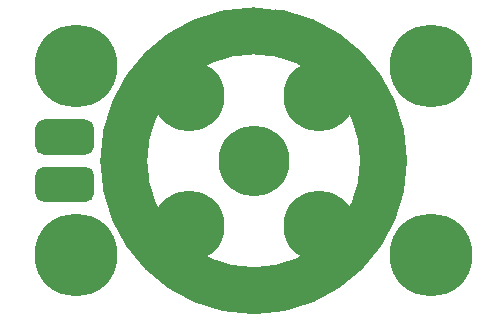
<source format=gtl>
G04 #@! TF.GenerationSoftware,KiCad,Pcbnew,5.1.9+dfsg1-1*
G04 #@! TF.CreationDate,2023-01-27T15:42:14+09:00*
G04 #@! TF.ProjectId,top,746f702e-6b69-4636-9164-5f7063625858,rev?*
G04 #@! TF.SameCoordinates,Original*
G04 #@! TF.FileFunction,Copper,L1,Top*
G04 #@! TF.FilePolarity,Positive*
%FSLAX46Y46*%
G04 Gerber Fmt 4.6, Leading zero omitted, Abs format (unit mm)*
G04 Created by KiCad (PCBNEW 5.1.9+dfsg1-1) date 2023-01-27 15:42:14*
%MOMM*%
%LPD*%
G01*
G04 APERTURE LIST*
G04 #@! TA.AperFunction,EtchedComponent*
%ADD10C,4.000000*%
G04 #@! TD*
G04 #@! TA.AperFunction,ComponentPad*
%ADD11C,7.000000*%
G04 #@! TD*
G04 #@! TA.AperFunction,ComponentPad*
%ADD12C,6.000000*%
G04 #@! TD*
G04 APERTURE END LIST*
D10*
X146000000Y-93000000D02*
G75*
G03*
X146000000Y-93000000I-11000000J0D01*
G01*
G04 #@! TA.AperFunction,ComponentPad*
G36*
G01*
X120750000Y-96500000D02*
X117250000Y-96500000D01*
G75*
G02*
X116500000Y-95750000I0J750000D01*
G01*
X116500000Y-94250000D01*
G75*
G02*
X117250000Y-93500000I750000J0D01*
G01*
X120750000Y-93500000D01*
G75*
G02*
X121500000Y-94250000I0J-750000D01*
G01*
X121500000Y-95750000D01*
G75*
G02*
X120750000Y-96500000I-750000J0D01*
G01*
G37*
G04 #@! TD.AperFunction*
G04 #@! TA.AperFunction,ComponentPad*
G36*
G01*
X120750000Y-92500000D02*
X117250000Y-92500000D01*
G75*
G02*
X116500000Y-91750000I0J750000D01*
G01*
X116500000Y-90250000D01*
G75*
G02*
X117250000Y-89500000I750000J0D01*
G01*
X120750000Y-89500000D01*
G75*
G02*
X121500000Y-90250000I0J-750000D01*
G01*
X121500000Y-91750000D01*
G75*
G02*
X120750000Y-92500000I-750000J0D01*
G01*
G37*
G04 #@! TD.AperFunction*
D11*
X150000000Y-101000000D03*
X120000000Y-85000000D03*
X120000000Y-101000000D03*
X150000000Y-85000000D03*
D12*
X140500000Y-87500000D03*
X140500000Y-98500000D03*
X129500000Y-98500000D03*
X129500000Y-87500000D03*
X135000000Y-93000000D03*
M02*

</source>
